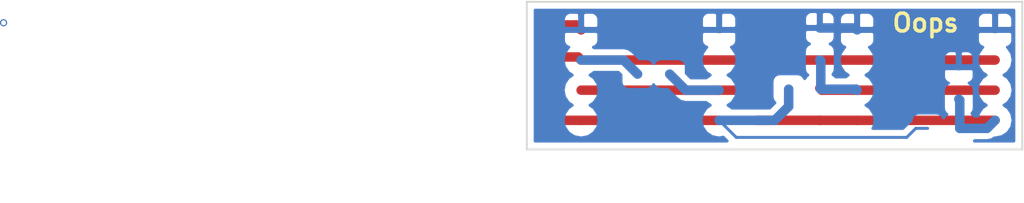
<source format=kicad_pcb>
(kicad_pcb (version 4) (host pcbnew 4.0.7)

  (general
    (links 28)
    (no_connects 0)
    (area 132.004999 87.554999 173.811001 100.151001)
    (thickness 1.6)
    (drawings 7)
    (tracks 44)
    (zones 0)
    (modules 13)
    (nets 7)
  )

  (page A4)
  (layers
    (0 F.Cu signal)
    (31 B.Cu signal)
    (32 B.Adhes user)
    (33 F.Adhes user)
    (34 B.Paste user)
    (35 F.Paste user)
    (36 B.SilkS user)
    (37 F.SilkS user)
    (38 B.Mask user)
    (39 F.Mask user)
    (40 Dwgs.User user)
    (41 Cmts.User user)
    (42 Eco1.User user)
    (43 Eco2.User user)
    (44 Edge.Cuts user)
    (45 Margin user)
    (46 B.CrtYd user)
    (47 F.CrtYd user)
    (48 B.Fab user)
    (49 F.Fab user)
  )

  (setup
    (last_trace_width 0.8)
    (user_trace_width 0.8)
    (trace_clearance 0.2)
    (zone_clearance 0.508)
    (zone_45_only no)
    (trace_min 0.2)
    (segment_width 0.2)
    (edge_width 0.15)
    (via_size 0.6)
    (via_drill 0.4)
    (via_min_size 0.4)
    (via_min_drill 0.3)
    (uvia_size 0.3)
    (uvia_drill 0.1)
    (uvias_allowed no)
    (uvia_min_size 0.2)
    (uvia_min_drill 0.1)
    (pcb_text_width 0.3)
    (pcb_text_size 1.5 1.5)
    (mod_edge_width 0.15)
    (mod_text_size 1 1)
    (mod_text_width 0.15)
    (pad_size 1.524 1.524)
    (pad_drill 0.762)
    (pad_to_mask_clearance 0.2)
    (aux_axis_origin 0 0)
    (visible_elements FFFFFF7F)
    (pcbplotparams
      (layerselection 0x00030_80000001)
      (usegerberextensions false)
      (excludeedgelayer true)
      (linewidth 0.100000)
      (plotframeref false)
      (viasonmask false)
      (mode 1)
      (useauxorigin false)
      (hpglpennumber 1)
      (hpglpenspeed 20)
      (hpglpendiameter 15)
      (hpglpenoverlay 2)
      (psnegative false)
      (psa4output false)
      (plotreference true)
      (plotvalue true)
      (plotinvisibletext false)
      (padsonsilk false)
      (subtractmaskfromsilk false)
      (outputformat 1)
      (mirror false)
      (drillshape 1)
      (scaleselection 1)
      (outputdirectory ""))
  )

  (net 0 "")
  (net 1 GND)
  (net 2 /BUS_B)
  (net 3 /BUS_A)
  (net 4 VCC)
  (net 5 /BUS_D)
  (net 6 /BUS_C)

  (net_class Default "This is the default net class."
    (clearance 0.2)
    (trace_width 0.25)
    (via_dia 0.6)
    (via_drill 0.4)
    (uvia_dia 0.3)
    (uvia_drill 0.1)
    (add_net /BUS_A)
    (add_net /BUS_B)
    (add_net /BUS_C)
    (add_net /BUS_D)
    (add_net GND)
    (add_net VCC)
  )

  (dimension 12.446 (width 0.3) (layer F.Fab)
    (gr_text "12.446 mm" (at 125.396 93.853 90) (layer F.Fab)
      (effects (font (size 1.5 1.5) (thickness 0.3)))
    )
    (feature1 (pts (xy 132.08 87.63) (xy 124.046 87.63)))
    (feature2 (pts (xy 132.08 100.076) (xy 124.046 100.076)))
    (crossbar (pts (xy 126.746 100.076) (xy 126.746 87.63)))
    (arrow1a (pts (xy 126.746 87.63) (xy 127.332421 88.756504)))
    (arrow1b (pts (xy 126.746 87.63) (xy 126.159579 88.756504)))
    (arrow2a (pts (xy 126.746 100.076) (xy 127.332421 98.949496)))
    (arrow2b (pts (xy 126.746 100.076) (xy 126.159579 98.949496)))
  )
  (dimension 41.656 (width 0.3) (layer F.Fab)
    (gr_text "41.656 mm" (at 152.908 105.236) (layer F.Fab)
      (effects (font (size 1.5 1.5) (thickness 0.3)))
    )
    (feature1 (pts (xy 173.736 100.076) (xy 173.736 106.586)))
    (feature2 (pts (xy 132.08 100.076) (xy 132.08 106.586)))
    (crossbar (pts (xy 132.08 103.886) (xy 173.736 103.886)))
    (arrow1a (pts (xy 173.736 103.886) (xy 172.609496 104.472421)))
    (arrow1b (pts (xy 173.736 103.886) (xy 172.609496 103.299579)))
    (arrow2a (pts (xy 132.08 103.886) (xy 133.206504 104.472421)))
    (arrow2b (pts (xy 132.08 103.886) (xy 133.206504 103.299579)))
  )
  (gr_text Oops (at 165.608 89.408) (layer F.SilkS)
    (effects (font (size 1.5 1.5) (thickness 0.3)))
  )
  (gr_line (start 173.736 87.63) (end 132.08 87.63) (layer Edge.Cuts) (width 0.15))
  (gr_line (start 173.736 100.076) (end 173.736 87.63) (layer Edge.Cuts) (width 0.15))
  (gr_line (start 132.08 100.076) (end 173.736 100.076) (layer Edge.Cuts) (width 0.15))
  (gr_line (start 132.08 87.63) (end 132.08 100.076) (layer Edge.Cuts) (width 0.15))

  (via (at 88.1 89.4) (size 0.6) (drill 0.4) (layers F.Cu B.Cu) (net 1))
  (segment (start 156.718 89.836) (end 159.686666 89.836) (width 0.8) (layer B.Cu) (net 1))
  (segment (start 159.686666 89.836) (end 159.850666 90) (width 0.8) (layer B.Cu) (net 1))
  (segment (start 133.604 89.582) (end 136.234 89.582) (width 0.8) (layer F.Cu) (net 1))
  (segment (start 136.234 89.582) (end 136.652 90) (width 0.8) (layer F.Cu) (net 1))
  (segment (start 136.652 92.54) (end 140.212 92.54) (width 0.8) (layer B.Cu) (net 2))
  (segment (start 140.212 92.54) (end 141.398 93.726) (width 0.8) (layer B.Cu) (net 2))
  (segment (start 133.604 92.282) (end 136.394 92.282) (width 0.8) (layer F.Cu) (net 2))
  (segment (start 136.394 92.282) (end 136.652 92.54) (width 0.8) (layer F.Cu) (net 2))
  (segment (start 133.604 94.916) (end 133.604 92.282) (width 0.8) (layer F.Cu) (net 2))
  (segment (start 159.850666 92.54) (end 171.449999 92.54) (width 0.8) (layer F.Cu) (net 2))
  (segment (start 148.251333 92.54) (end 159.850666 92.54) (width 0.8) (layer F.Cu) (net 2))
  (segment (start 136.652 92.54) (end 137.854081 92.54) (width 0.8) (layer F.Cu) (net 2))
  (segment (start 137.854081 92.54) (end 148.251333 92.54) (width 0.8) (layer F.Cu) (net 2))
  (segment (start 148.251333 95.08) (end 151.22 95.08) (width 0.8) (layer F.Cu) (net 3))
  (segment (start 151.22 95.08) (end 151.384 94.916) (width 0.8) (layer F.Cu) (net 3))
  (segment (start 148.251333 95.08) (end 145.452 95.08) (width 0.8) (layer B.Cu) (net 3))
  (segment (start 145.452 95.08) (end 144.098 93.726) (width 0.8) (layer B.Cu) (net 3))
  (segment (start 148.251333 95.08) (end 136.652 95.08) (width 0.8) (layer F.Cu) (net 3))
  (segment (start 154.098 94.996) (end 154.098 96.446) (width 0.8) (layer B.Cu) (net 4))
  (segment (start 154.098 96.446) (end 152.924 97.62) (width 0.8) (layer B.Cu) (net 4))
  (segment (start 152.924 97.62) (end 148.251333 97.62) (width 0.8) (layer B.Cu) (net 4))
  (segment (start 164.02 99.06) (end 149.691333 99.06) (width 0.25) (layer B.Cu) (net 4))
  (segment (start 149.691333 99.06) (end 148.251333 97.62) (width 0.25) (layer B.Cu) (net 4))
  (segment (start 165.782 98.298) (end 164.782 98.298) (width 0.25) (layer B.Cu) (net 4))
  (segment (start 164.782 98.298) (end 164.02 99.06) (width 0.25) (layer B.Cu) (net 4))
  (segment (start 136.652 97.62) (end 133.608 97.62) (width 0.8) (layer F.Cu) (net 4))
  (segment (start 133.608 97.62) (end 133.604 97.616) (width 0.8) (layer F.Cu) (net 4))
  (segment (start 136.652 97.62) (end 148.251333 97.62) (width 0.8) (layer F.Cu) (net 4))
  (segment (start 156.798 94.996) (end 159.766666 94.996) (width 0.8) (layer B.Cu) (net 5))
  (segment (start 159.766666 94.996) (end 159.850666 95.08) (width 0.8) (layer B.Cu) (net 5))
  (segment (start 156.798 94.996) (end 156.798 92.616) (width 0.8) (layer B.Cu) (net 5))
  (segment (start 156.798 92.616) (end 156.718 92.536) (width 0.8) (layer B.Cu) (net 5))
  (segment (start 159.850666 95.08) (end 156.882 95.08) (width 0.8) (layer F.Cu) (net 5))
  (segment (start 156.882 95.08) (end 156.718 94.916) (width 0.8) (layer F.Cu) (net 5))
  (segment (start 171.449999 95.08) (end 159.850666 95.08) (width 0.8) (layer F.Cu) (net 5))
  (segment (start 151.384 97.616) (end 156.718 97.616) (width 0.8) (layer F.Cu) (net 6))
  (segment (start 168.482 98.298) (end 168.482 95.918) (width 0.8) (layer B.Cu) (net 6))
  (segment (start 168.482 95.918) (end 168.402 95.838) (width 0.8) (layer B.Cu) (net 6))
  (segment (start 168.482 98.298) (end 170.771999 98.298) (width 0.8) (layer B.Cu) (net 6))
  (segment (start 170.771999 98.298) (end 171.449999 97.62) (width 0.8) (layer B.Cu) (net 6))
  (segment (start 159.850666 97.62) (end 156.722 97.62) (width 0.8) (layer F.Cu) (net 6))
  (segment (start 156.722 97.62) (end 156.718 97.616) (width 0.8) (layer F.Cu) (net 6))
  (segment (start 171.449999 97.62) (end 170.247918 97.62) (width 0.8) (layer F.Cu) (net 6))
  (segment (start 170.247918 97.62) (end 159.850666 97.62) (width 0.8) (layer F.Cu) (net 6))

  (zone (net 1) (net_name GND) (layer B.Cu) (tstamp 0) (hatch edge 0.508)
    (connect_pads (clearance 0.508))
    (min_thickness 0.254)
    (fill yes (arc_segments 16) (thermal_gap 0.508) (thermal_bridge_width 0.508))
    (polygon
      (pts
        (xy 132.08 87.63) (xy 132.08 100.076) (xy 173.736 100.076) (xy 173.736 87.63)
      )
    )
    (filled_polygon
      (pts
        (xy 173.026 99.366) (xy 169.714933 99.366) (xy 169.737481 99.333) (xy 170.771994 99.333) (xy 170.771999 99.333001)
        (xy 171.168076 99.254215) (xy 171.398164 99.100476) (xy 171.420906 99.105) (xy 171.479092 99.105) (xy 172.047377 98.991961)
        (xy 172.529146 98.670054) (xy 172.851053 98.188285) (xy 172.964092 97.62) (xy 172.851053 97.051715) (xy 172.529146 96.569946)
        (xy 172.199973 96.35) (xy 172.529146 96.130054) (xy 172.851053 95.648285) (xy 172.964092 95.08) (xy 172.851053 94.511715)
        (xy 172.529146 94.029946) (xy 172.199973 93.81) (xy 172.529146 93.590054) (xy 172.851053 93.108285) (xy 172.964092 92.54)
        (xy 172.851053 91.971715) (xy 172.529146 91.489946) (xy 172.485222 91.460597) (xy 172.659697 91.388327) (xy 172.838326 91.209699)
        (xy 172.934999 90.97631) (xy 172.934999 90.28575) (xy 172.776249 90.127) (xy 171.576999 90.127) (xy 171.576999 90.147)
        (xy 171.322999 90.147) (xy 171.322999 90.127) (xy 170.123749 90.127) (xy 169.964999 90.28575) (xy 169.964999 90.97631)
        (xy 170.061672 91.209699) (xy 170.240301 91.388327) (xy 170.414776 91.460597) (xy 170.370852 91.489946) (xy 170.048945 91.971715)
        (xy 169.935906 92.54) (xy 170.048945 93.108285) (xy 170.370852 93.590054) (xy 170.700025 93.81) (xy 170.370852 94.029946)
        (xy 170.048945 94.511715) (xy 169.935906 95.08) (xy 170.048945 95.648285) (xy 170.370852 96.130054) (xy 170.700025 96.35)
        (xy 170.370852 96.569946) (xy 170.048945 97.051715) (xy 170.006918 97.263) (xy 169.738844 97.263) (xy 169.69609 97.196559)
        (xy 169.517 97.074192) (xy 169.517 97.032246) (xy 169.648431 96.83989) (xy 169.69944 96.588) (xy 169.69944 95.088)
        (xy 169.655162 94.852683) (xy 169.51609 94.636559) (xy 169.30389 94.491569) (xy 169.27051 94.484809) (xy 169.411699 94.426327)
        (xy 169.590327 94.247698) (xy 169.687 94.014309) (xy 169.687 93.42375) (xy 169.52825 93.265) (xy 168.529 93.265)
        (xy 168.529 93.285) (xy 168.275 93.285) (xy 168.275 93.265) (xy 167.27575 93.265) (xy 167.117 93.42375)
        (xy 167.117 94.014309) (xy 167.213673 94.247698) (xy 167.392301 94.426327) (xy 167.528287 94.482654) (xy 167.516683 94.484838)
        (xy 167.300559 94.62391) (xy 167.155569 94.83611) (xy 167.10456 95.088) (xy 167.10456 96.588) (xy 167.148838 96.823317)
        (xy 167.28791 97.039441) (xy 167.393234 97.111406) (xy 167.280559 97.18391) (xy 167.135569 97.39611) (xy 167.132919 97.409197)
        (xy 166.99609 97.196559) (xy 166.78389 97.051569) (xy 166.532 97.00056) (xy 165.032 97.00056) (xy 164.796683 97.044838)
        (xy 164.580559 97.18391) (xy 164.435569 97.39611) (xy 164.38456 97.648) (xy 164.38456 97.66708) (xy 164.244599 97.760599)
        (xy 163.705198 98.3) (xy 161.177075 98.3) (xy 161.25172 98.188285) (xy 161.364759 97.62) (xy 161.25172 97.051715)
        (xy 160.929813 96.569946) (xy 160.60064 96.35) (xy 160.929813 96.130054) (xy 161.25172 95.648285) (xy 161.364759 95.08)
        (xy 161.25172 94.511715) (xy 160.929813 94.029946) (xy 160.60064 93.81) (xy 160.929813 93.590054) (xy 161.25172 93.108285)
        (xy 161.364759 92.54) (xy 161.3094 92.261691) (xy 167.117 92.261691) (xy 167.117 92.85225) (xy 167.27575 93.011)
        (xy 168.275 93.011) (xy 168.275 91.91175) (xy 168.529 91.91175) (xy 168.529 93.011) (xy 169.52825 93.011)
        (xy 169.687 92.85225) (xy 169.687 92.261691) (xy 169.590327 92.028302) (xy 169.411699 91.849673) (xy 169.17831 91.753)
        (xy 168.68775 91.753) (xy 168.529 91.91175) (xy 168.275 91.91175) (xy 168.11625 91.753) (xy 167.62569 91.753)
        (xy 167.392301 91.849673) (xy 167.213673 92.028302) (xy 167.117 92.261691) (xy 161.3094 92.261691) (xy 161.25172 91.971715)
        (xy 160.929813 91.489946) (xy 160.885889 91.460597) (xy 161.060364 91.388327) (xy 161.238993 91.209699) (xy 161.335666 90.97631)
        (xy 161.335666 90.28575) (xy 161.176916 90.127) (xy 159.977666 90.127) (xy 159.977666 90.147) (xy 159.723666 90.147)
        (xy 159.723666 90.127) (xy 158.524416 90.127) (xy 158.365666 90.28575) (xy 158.365666 90.97631) (xy 158.462339 91.209699)
        (xy 158.640968 91.388327) (xy 158.815443 91.460597) (xy 158.771519 91.489946) (xy 158.449612 91.971715) (xy 158.336573 92.54)
        (xy 158.449612 93.108285) (xy 158.771519 93.590054) (xy 159.100692 93.81) (xy 158.874704 93.961) (xy 158.054844 93.961)
        (xy 158.01209 93.894559) (xy 157.833 93.772192) (xy 157.833 93.730246) (xy 157.964431 93.53789) (xy 158.01544 93.286)
        (xy 158.01544 91.786) (xy 157.971162 91.550683) (xy 157.83209 91.334559) (xy 157.61989 91.189569) (xy 157.58651 91.182809)
        (xy 157.727699 91.124327) (xy 157.906327 90.945698) (xy 158.003 90.712309) (xy 158.003 90.12175) (xy 157.84425 89.963)
        (xy 156.845 89.963) (xy 156.845 89.983) (xy 156.591 89.983) (xy 156.591 89.963) (xy 155.59175 89.963)
        (xy 155.433 90.12175) (xy 155.433 90.712309) (xy 155.529673 90.945698) (xy 155.708301 91.124327) (xy 155.844287 91.180654)
        (xy 155.832683 91.182838) (xy 155.616559 91.32191) (xy 155.471569 91.53411) (xy 155.42056 91.786) (xy 155.42056 93.286)
        (xy 155.464838 93.521317) (xy 155.60391 93.737441) (xy 155.709234 93.809406) (xy 155.596559 93.88191) (xy 155.451569 94.09411)
        (xy 155.448919 94.107197) (xy 155.31209 93.894559) (xy 155.09989 93.749569) (xy 154.848 93.69856) (xy 153.348 93.69856)
        (xy 153.112683 93.742838) (xy 152.896559 93.88191) (xy 152.751569 94.09411) (xy 152.70056 94.346) (xy 152.70056 95.646)
        (xy 152.744838 95.881317) (xy 152.88391 96.097441) (xy 152.942687 96.137602) (xy 152.495288 96.585) (xy 149.340539 96.585)
        (xy 149.33048 96.569946) (xy 149.001307 96.35) (xy 149.33048 96.130054) (xy 149.652387 95.648285) (xy 149.765426 95.08)
        (xy 149.652387 94.511715) (xy 149.33048 94.029946) (xy 149.001307 93.81) (xy 149.33048 93.590054) (xy 149.652387 93.108285)
        (xy 149.765426 92.54) (xy 149.652387 91.971715) (xy 149.33048 91.489946) (xy 149.286556 91.460597) (xy 149.461031 91.388327)
        (xy 149.63966 91.209699) (xy 149.736333 90.97631) (xy 149.736333 90.28575) (xy 149.577583 90.127) (xy 148.378333 90.127)
        (xy 148.378333 90.147) (xy 148.124333 90.147) (xy 148.124333 90.127) (xy 146.925083 90.127) (xy 146.766333 90.28575)
        (xy 146.766333 90.97631) (xy 146.863006 91.209699) (xy 147.041635 91.388327) (xy 147.21611 91.460597) (xy 147.172186 91.489946)
        (xy 146.850279 91.971715) (xy 146.73724 92.54) (xy 146.850279 93.108285) (xy 147.172186 93.590054) (xy 147.501359 93.81)
        (xy 147.172186 94.029946) (xy 147.162127 94.045) (xy 145.880711 94.045) (xy 145.49544 93.659728) (xy 145.49544 93.076)
        (xy 145.451162 92.840683) (xy 145.31209 92.624559) (xy 145.09989 92.479569) (xy 144.848 92.42856) (xy 143.348 92.42856)
        (xy 143.112683 92.472838) (xy 142.896559 92.61191) (xy 142.751569 92.82411) (xy 142.748919 92.837197) (xy 142.61209 92.624559)
        (xy 142.39989 92.479569) (xy 142.148 92.42856) (xy 141.564271 92.42856) (xy 140.943856 91.808144) (xy 140.608077 91.583785)
        (xy 140.212 91.504999) (xy 140.211995 91.505) (xy 137.741206 91.505) (xy 137.731147 91.489946) (xy 137.687223 91.460597)
        (xy 137.861698 91.388327) (xy 138.040327 91.209699) (xy 138.137 90.97631) (xy 138.137 90.28575) (xy 137.97825 90.127)
        (xy 136.779 90.127) (xy 136.779 90.147) (xy 136.525 90.147) (xy 136.525 90.127) (xy 135.32575 90.127)
        (xy 135.167 90.28575) (xy 135.167 90.97631) (xy 135.263673 91.209699) (xy 135.442302 91.388327) (xy 135.616777 91.460597)
        (xy 135.572853 91.489946) (xy 135.250946 91.971715) (xy 135.137907 92.54) (xy 135.250946 93.108285) (xy 135.572853 93.590054)
        (xy 135.902026 93.81) (xy 135.572853 94.029946) (xy 135.250946 94.511715) (xy 135.137907 95.08) (xy 135.250946 95.648285)
        (xy 135.572853 96.130054) (xy 135.902026 96.35) (xy 135.572853 96.569946) (xy 135.250946 97.051715) (xy 135.137907 97.62)
        (xy 135.250946 98.188285) (xy 135.572853 98.670054) (xy 136.054622 98.991961) (xy 136.622907 99.105) (xy 136.681093 99.105)
        (xy 137.249378 98.991961) (xy 137.731147 98.670054) (xy 138.053054 98.188285) (xy 138.166093 97.62) (xy 138.053054 97.051715)
        (xy 137.731147 96.569946) (xy 137.401974 96.35) (xy 137.731147 96.130054) (xy 138.053054 95.648285) (xy 138.166093 95.08)
        (xy 138.053054 94.511715) (xy 137.731147 94.029946) (xy 137.401974 93.81) (xy 137.731147 93.590054) (xy 137.741206 93.575)
        (xy 139.783288 93.575) (xy 140.00056 93.792272) (xy 140.00056 94.376) (xy 140.044838 94.611317) (xy 140.18391 94.827441)
        (xy 140.39611 94.972431) (xy 140.648 95.02344) (xy 142.148 95.02344) (xy 142.383317 94.979162) (xy 142.599441 94.84009)
        (xy 142.744431 94.62789) (xy 142.747081 94.614803) (xy 142.88391 94.827441) (xy 143.09611 94.972431) (xy 143.348 95.02344)
        (xy 143.931728 95.02344) (xy 144.720142 95.811853) (xy 144.720144 95.811856) (xy 145.048118 96.031) (xy 145.055923 96.036215)
        (xy 145.452 96.115001) (xy 145.452005 96.115) (xy 147.162127 96.115) (xy 147.172186 96.130054) (xy 147.501359 96.35)
        (xy 147.172186 96.569946) (xy 146.850279 97.051715) (xy 146.73724 97.62) (xy 146.850279 98.188285) (xy 147.172186 98.670054)
        (xy 147.653955 98.991961) (xy 148.22224 99.105) (xy 148.280426 99.105) (xy 148.598302 99.041771) (xy 148.922531 99.366)
        (xy 132.79 99.366) (xy 132.79 89.02369) (xy 135.167 89.02369) (xy 135.167 89.71425) (xy 135.32575 89.873)
        (xy 136.525 89.873) (xy 136.525 88.67375) (xy 136.779 88.67375) (xy 136.779 89.873) (xy 137.97825 89.873)
        (xy 138.137 89.71425) (xy 138.137 89.02369) (xy 146.766333 89.02369) (xy 146.766333 89.71425) (xy 146.925083 89.873)
        (xy 148.124333 89.873) (xy 148.124333 88.67375) (xy 148.378333 88.67375) (xy 148.378333 89.873) (xy 149.577583 89.873)
        (xy 149.736333 89.71425) (xy 149.736333 89.02369) (xy 149.709824 88.959691) (xy 155.433 88.959691) (xy 155.433 89.55025)
        (xy 155.59175 89.709) (xy 156.591 89.709) (xy 156.591 88.60975) (xy 156.845 88.60975) (xy 156.845 89.709)
        (xy 157.84425 89.709) (xy 158.003 89.55025) (xy 158.003 89.02369) (xy 158.365666 89.02369) (xy 158.365666 89.71425)
        (xy 158.524416 89.873) (xy 159.723666 89.873) (xy 159.723666 88.67375) (xy 159.977666 88.67375) (xy 159.977666 89.873)
        (xy 161.176916 89.873) (xy 161.335666 89.71425) (xy 161.335666 89.02369) (xy 169.964999 89.02369) (xy 169.964999 89.71425)
        (xy 170.123749 89.873) (xy 171.322999 89.873) (xy 171.322999 88.67375) (xy 171.576999 88.67375) (xy 171.576999 89.873)
        (xy 172.776249 89.873) (xy 172.934999 89.71425) (xy 172.934999 89.02369) (xy 172.838326 88.790301) (xy 172.659697 88.611673)
        (xy 172.426308 88.515) (xy 171.735749 88.515) (xy 171.576999 88.67375) (xy 171.322999 88.67375) (xy 171.164249 88.515)
        (xy 170.47369 88.515) (xy 170.240301 88.611673) (xy 170.061672 88.790301) (xy 169.964999 89.02369) (xy 161.335666 89.02369)
        (xy 161.238993 88.790301) (xy 161.060364 88.611673) (xy 160.826975 88.515) (xy 160.136416 88.515) (xy 159.977666 88.67375)
        (xy 159.723666 88.67375) (xy 159.564916 88.515) (xy 158.874357 88.515) (xy 158.640968 88.611673) (xy 158.462339 88.790301)
        (xy 158.365666 89.02369) (xy 158.003 89.02369) (xy 158.003 88.959691) (xy 157.906327 88.726302) (xy 157.727699 88.547673)
        (xy 157.49431 88.451) (xy 157.00375 88.451) (xy 156.845 88.60975) (xy 156.591 88.60975) (xy 156.43225 88.451)
        (xy 155.94169 88.451) (xy 155.708301 88.547673) (xy 155.529673 88.726302) (xy 155.433 88.959691) (xy 149.709824 88.959691)
        (xy 149.63966 88.790301) (xy 149.461031 88.611673) (xy 149.227642 88.515) (xy 148.537083 88.515) (xy 148.378333 88.67375)
        (xy 148.124333 88.67375) (xy 147.965583 88.515) (xy 147.275024 88.515) (xy 147.041635 88.611673) (xy 146.863006 88.790301)
        (xy 146.766333 89.02369) (xy 138.137 89.02369) (xy 138.040327 88.790301) (xy 137.861698 88.611673) (xy 137.628309 88.515)
        (xy 136.93775 88.515) (xy 136.779 88.67375) (xy 136.525 88.67375) (xy 136.36625 88.515) (xy 135.675691 88.515)
        (xy 135.442302 88.611673) (xy 135.263673 88.790301) (xy 135.167 89.02369) (xy 132.79 89.02369) (xy 132.79 88.34)
        (xy 173.026 88.34)
      )
    )
  )
)

</source>
